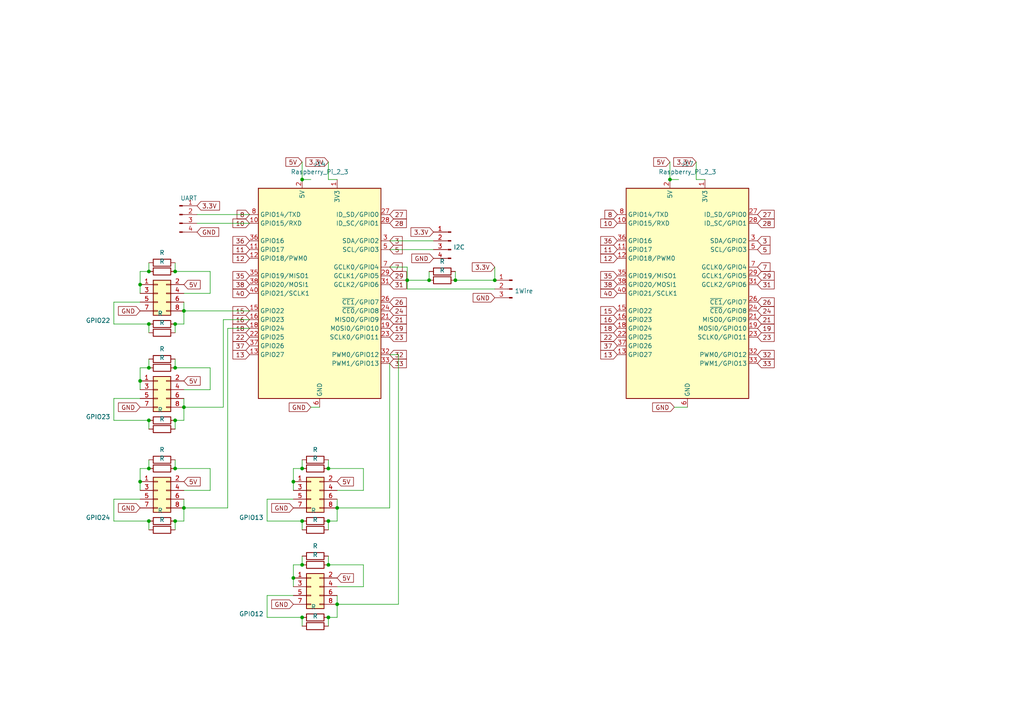
<source format=kicad_sch>
(kicad_sch (version 20250114) (generator "eeschema") (generator_version "9.0")
  (paper "A4")
  (lib_symbols
    (symbol "Connector:Conn_01x03_Male" (pin_names (offset 1.016) (hide yes))
      (property "Reference" "J" (at 0 5.08 0))
      (property "Value" "Connector_Conn_01x03_Male" (at 0 -5.08 0))
      (symbol "Conn_01x03_Male_1_1"
        (rectangle (start 0.8636 2.667) (end 0 2.413) (stroke (width 0.1524)) (fill (type outline)))
        (rectangle (start 0.8636 0.127) (end 0 -0.127) (stroke (width 0.1524)) (fill (type outline)))
        (rectangle (start 0.8636 -2.413) (end 0 -2.667) (stroke (width 0.1524)) (fill (type outline)))
        (polyline (pts (xy 1.27 2.54) (xy 0.8636 2.54)) (stroke (width 0.1524)))
        (polyline (pts (xy 1.27 0) (xy 0.8636 0)) (stroke (width 0.1524)))
        (polyline (pts (xy 1.27 -2.54) (xy 0.8636 -2.54)) (stroke (width 0.1524)))
        (pin passive line (at 5.08 2.54 180) (length 3.81) (name "Pin_1") (number "1"))
        (pin passive line (at 5.08 0 180) (length 3.81) (name "Pin_2") (number "2"))
        (pin passive line (at 5.08 -2.54 180) (length 3.81) (name "Pin_3") (number "3"))
      )
    )
    (symbol "Connector:Conn_01x04_Male" (pin_names (offset 1.016) (hide yes))
      (property "Reference" "J" (at 0 5.08 0))
      (property "Value" "Connector_Conn_01x04_Male" (at 0 -7.62 0))
      (symbol "Conn_01x04_Male_1_1"
        (rectangle (start 0.8636 2.667) (end 0 2.413) (stroke (width 0.1524)) (fill (type outline)))
        (rectangle (start 0.8636 0.127) (end 0 -0.127) (stroke (width 0.1524)) (fill (type outline)))
        (rectangle (start 0.8636 -2.413) (end 0 -2.667) (stroke (width 0.1524)) (fill (type outline)))
        (rectangle (start 0.8636 -4.953) (end 0 -5.207) (stroke (width 0.1524)) (fill (type outline)))
        (polyline (pts (xy 1.27 2.54) (xy 0.8636 2.54)) (stroke (width 0.1524)))
        (polyline (pts (xy 1.27 0) (xy 0.8636 0)) (stroke (width 0.1524)))
        (polyline (pts (xy 1.27 -2.54) (xy 0.8636 -2.54)) (stroke (width 0.1524)))
        (polyline (pts (xy 1.27 -5.08) (xy 0.8636 -5.08)) (stroke (width 0.1524)))
        (pin passive line (at 5.08 2.54 180) (length 3.81) (name "Pin_1") (number "1"))
        (pin passive line (at 5.08 0 180) (length 3.81) (name "Pin_2") (number "2"))
        (pin passive line (at 5.08 -2.54 180) (length 3.81) (name "Pin_3") (number "3"))
        (pin passive line (at 5.08 -5.08 180) (length 3.81) (name "Pin_4") (number "4"))
      )
    )
    (symbol "Connector:Raspberry_Pi_2_3"
      (property "Reference" "J" (at -17.78 31.75 0))
      (property "Value" "Raspberry_Pi_2_3" (at 10.16 -31.75 0))
      (symbol "Raspberry_Pi_2_3_0_1"
        (rectangle (start -17.78 30.48) (end 17.78 -30.48) (stroke (width 0.254)) (fill (type background)))
      )
      (symbol "Raspberry_Pi_2_3_1_1"
        (pin bidirectional line (at -20.32 22.86 0) (length 2.54) (name "GPIO14/TXD") (number "8"))
        (pin bidirectional line (at -20.32 20.32 0) (length 2.54) (name "GPIO15/RXD") (number "10"))
        (pin bidirectional line (at -20.32 15.24 0) (length 2.54) (name "GPIO16") (number "36"))
        (pin bidirectional line (at -20.32 12.7 0) (length 2.54) (name "GPIO17") (number "11"))
        (pin bidirectional line (at -20.32 10.16 0) (length 2.54) (name "GPIO18/PWM0") (number "12"))
        (pin bidirectional line (at -20.32 5.08 0) (length 2.54) (name "GPIO19/MISO1") (number "35"))
        (pin bidirectional line (at -20.32 2.54 0) (length 2.54) (name "GPIO20/MOSI1") (number "38"))
        (pin bidirectional line (at -20.32 0 0) (length 2.54) (name "GPIO21/SCLK1") (number "40"))
        (pin bidirectional line (at -20.32 -5.08 0) (length 2.54) (name "GPIO22") (number "15"))
        (pin bidirectional line (at -20.32 -7.62 0) (length 2.54) (name "GPIO23") (number "16"))
        (pin bidirectional line (at -20.32 -10.16 0) (length 2.54) (name "GPIO24") (number "18"))
        (pin bidirectional line (at -20.32 -12.7 0) (length 2.54) (name "GPIO25") (number "22"))
        (pin bidirectional line (at -20.32 -15.24 0) (length 2.54) (name "GPIO26") (number "37"))
        (pin bidirectional line (at -20.32 -17.78 0) (length 2.54) (name "GPIO27") (number "13"))
        (pin power_in line (at -5.08 33.02 270) (length 2.54) (name "5V") (number "2"))
        (pin passive line (at -5.08 33.02 270) (length 2.54) (hide yes) (name "5V") (number "4"))
        (pin passive line (at 0 -33.02 90) (length 2.54) (hide yes) (name "GND") (number "14"))
        (pin passive line (at 0 -33.02 90) (length 2.54) (hide yes) (name "GND") (number "20"))
        (pin passive line (at 0 -33.02 90) (length 2.54) (hide yes) (name "GND") (number "25"))
        (pin passive line (at 0 -33.02 90) (length 2.54) (hide yes) (name "GND") (number "30"))
        (pin passive line (at 0 -33.02 90) (length 2.54) (hide yes) (name "GND") (number "34"))
        (pin passive line (at 0 -33.02 90) (length 2.54) (hide yes) (name "GND") (number "39"))
        (pin power_in line (at 0 -33.02 90) (length 2.54) (name "GND") (number "6"))
        (pin passive line (at 0 -33.02 90) (length 2.54) (hide yes) (name "GND") (number "9"))
        (pin power_in line (at 5.08 33.02 270) (length 2.54) (name "3V3") (number "1"))
        (pin passive line (at 5.08 33.02 270) (length 2.54) (hide yes) (name "3V3") (number "17"))
        (pin bidirectional line (at 20.32 22.86 180) (length 2.54) (name "ID_SD/GPIO0") (number "27"))
        (pin bidirectional line (at 20.32 20.32 180) (length 2.54) (name "ID_SC/GPIO1") (number "28"))
        (pin bidirectional line (at 20.32 15.24 180) (length 2.54) (name "SDA/GPIO2") (number "3"))
        (pin bidirectional line (at 20.32 12.7 180) (length 2.54) (name "SCL/GPIO3") (number "5"))
        (pin bidirectional line (at 20.32 7.62 180) (length 2.54) (name "GCLK0/GPIO4") (number "7"))
        (pin bidirectional line (at 20.32 5.08 180) (length 2.54) (name "GCLK1/GPIO5") (number "29"))
        (pin bidirectional line (at 20.32 2.54 180) (length 2.54) (name "GCLK2/GPIO6") (number "31"))
        (pin bidirectional line (at 20.32 -2.54 180) (length 2.54) (name "~{CE1}/GPIO7") (number "26"))
        (pin bidirectional line (at 20.32 -5.08 180) (length 2.54) (name "~{CE0}/GPIO8") (number "24"))
        (pin bidirectional line (at 20.32 -7.62 180) (length 2.54) (name "MISO0/GPIO9") (number "21"))
        (pin bidirectional line (at 20.32 -10.16 180) (length 2.54) (name "MOSI0/GPIO10") (number "19"))
        (pin bidirectional line (at 20.32 -12.7 180) (length 2.54) (name "SCLK0/GPIO11") (number "23"))
        (pin bidirectional line (at 20.32 -17.78 180) (length 2.54) (name "PWM0/GPIO12") (number "32"))
        (pin bidirectional line (at 20.32 -20.32 180) (length 2.54) (name "PWM1/GPIO13") (number "33"))
      )
    )
    (symbol "Connector_Generic:Conn_02x04_Odd_Even" (pin_names (offset 1.016) (hide yes))
      (property "Reference" "J" (at 1.27 5.08 0))
      (property "Value" "Conn_02x04_Odd_Even" (at 1.27 -7.62 0))
      (symbol "Conn_02x04_Odd_Even_1_1"
        (rectangle (start -1.27 3.81) (end 3.81 -6.35) (stroke (width 0.254)) (fill (type background)))
        (rectangle (start -1.27 2.667) (end 0 2.413) (stroke (width 0.1524)))
        (rectangle (start -1.27 0.127) (end 0 -0.127) (stroke (width 0.1524)))
        (rectangle (start -1.27 -2.413) (end 0 -2.667) (stroke (width 0.1524)))
        (rectangle (start -1.27 -4.953) (end 0 -5.207) (stroke (width 0.1524)))
        (rectangle (start 3.81 2.667) (end 2.54 2.413) (stroke (width 0.1524)))
        (rectangle (start 3.81 0.127) (end 2.54 -0.127) (stroke (width 0.1524)))
        (rectangle (start 3.81 -2.413) (end 2.54 -2.667) (stroke (width 0.1524)))
        (rectangle (start 3.81 -4.953) (end 2.54 -5.207) (stroke (width 0.1524)))
        (pin passive line (at -5.08 2.54 0) (length 3.81) (name "Pin_1") (number "1"))
        (pin passive line (at -5.08 0 0) (length 3.81) (name "Pin_3") (number "3"))
        (pin passive line (at -5.08 -2.54 0) (length 3.81) (name "Pin_5") (number "5"))
        (pin passive line (at -5.08 -5.08 0) (length 3.81) (name "Pin_7") (number "7"))
        (pin passive line (at 7.62 2.54 180) (length 3.81) (name "Pin_2") (number "2"))
        (pin passive line (at 7.62 0 180) (length 3.81) (name "Pin_4") (number "4"))
        (pin passive line (at 7.62 -2.54 180) (length 3.81) (name "Pin_6") (number "6"))
        (pin passive line (at 7.62 -5.08 180) (length 3.81) (name "Pin_8") (number "8"))
      )
    )
    (symbol "Device:R" (pin_numbers (hide yes)) (pin_names (offset 0))
      (property "Reference" "R" (at 2.032 0 90))
      (property "Value" "R" (at 0 0 90))
      (symbol "R_0_1"
        (rectangle (start -1.016 -2.54) (end 1.016 2.54) (stroke (width 0.254)))
      )
      (symbol "R_1_1"
        (pin passive line (at 0 3.81 270) (length 1.27) (name "~") (number "1"))
        (pin passive line (at 0 -3.81 90) (length 1.27) (name "~") (number "2"))
      )
    )
  )
  (junction (at 95.25 179.07))
  (junction (at 194.31 52.07))
  (junction (at 95.25 163.83))
  (junction (at 87.63 151.13))
  (junction (at 85.09 139.7))
  (junction (at 124.46 81.28))
  (junction (at 50.8 135.89))
  (junction (at 132.08 81.28))
  (junction (at 97.79 175.26))
  (junction (at 50.8 78.74))
  (junction (at 87.63 135.89))
  (junction (at 50.8 93.98))
  (junction (at 43.18 121.92))
  (junction (at 43.18 78.74))
  (junction (at 40.64 82.55))
  (junction (at 143.51 81.28))
  (junction (at 43.18 151.13))
  (junction (at 87.63 163.83))
  (junction (at 53.34 147.32))
  (junction (at 40.64 139.7))
  (junction (at 95.25 135.89))
  (junction (at 40.64 110.49))
  (junction (at 87.63 179.07))
  (junction (at 118.11 81.28))
  (junction (at 50.8 121.92))
  (junction (at 87.63 52.07))
  (junction (at 50.8 151.13))
  (junction (at 97.79 147.32))
  (junction (at 53.34 90.17))
  (junction (at 95.25 151.13))
  (junction (at 50.8 106.68))
  (junction (at 85.09 167.64))
  (junction (at 43.18 93.98))
  (junction (at 43.18 106.68))
  (junction (at 53.34 118.11))
  (junction (at 43.18 135.89))
  (wire (pts (xy 196.85 52.07) (xy 194.31 52.07)))
  (wire (pts (xy 87.63 161.29) (xy 87.63 163.83)))
  (wire (pts (xy 53.34 90.17) (xy 72.39 90.17)))
  (wire (pts (xy 50.8 151.13) (xy 50.8 153.67)))
  (wire (pts (xy 53.34 113.03) (xy 60.96 113.03)))
  (wire (pts (xy 95.25 135.89) (xy 105.41 135.89)))
  (wire (pts (xy 85.09 135.89) (xy 87.63 135.89)))
  (wire (pts (xy 115.57 102.87) (xy 115.57 175.26)))
  (wire (pts (xy 118.11 81.28) (xy 124.46 81.28)))
  (wire (pts (xy 97.79 170.18) (xy 105.41 170.18)))
  (wire (pts (xy 124.46 78.74) (xy 124.46 81.28)))
  (wire (pts (xy 97.79 147.32) (xy 97.79 151.13)))
  (wire (pts (xy 87.63 46.99) (xy 87.63 52.07)))
  (wire (pts (xy 40.64 82.55) (xy 40.64 85.09)))
  (wire (pts (xy 77.47 172.72) (xy 77.47 179.07)))
  (wire (pts (xy 97.79 175.26) (xy 115.57 175.26)))
  (wire (pts (xy 50.8 104.14) (xy 50.8 106.68)))
  (wire (pts (xy 143.51 77.47) (xy 143.51 81.28)))
  (wire (pts (xy 33.02 121.92) (xy 43.18 121.92)))
  (wire (pts (xy 53.34 85.09) (xy 60.96 85.09)))
  (wire (pts (xy 33.02 87.63) (xy 33.02 93.98)))
  (wire (pts (xy 105.41 163.83) (xy 105.41 170.18)))
  (wire (pts (xy 53.34 93.98) (xy 50.8 93.98)))
  (wire (pts (xy 53.34 144.78) (xy 53.34 147.32)))
  (wire (pts (xy 97.79 147.32) (xy 113.03 147.32)))
  (wire (pts (xy 90.17 52.07) (xy 87.63 52.07)))
  (wire (pts (xy 97.79 175.26) (xy 97.79 179.07)))
  (wire (pts (xy 40.64 139.7) (xy 40.64 135.89)))
  (wire (pts (xy 40.64 115.57) (xy 33.02 115.57)))
  (wire (pts (xy 64.77 118.11) (xy 53.34 118.11)))
  (wire (pts (xy 125.73 72.39) (xy 113.03 72.39)))
  (wire (pts (xy 43.18 121.92) (xy 43.18 124.46)))
  (wire (pts (xy 50.8 106.68) (xy 60.96 106.68)))
  (wire (pts (xy 53.34 147.32) (xy 53.34 151.13)))
  (wire (pts (xy 72.39 95.25) (xy 66.04 95.25)))
  (wire (pts (xy 113.03 77.47) (xy 118.11 77.47)))
  (wire (pts (xy 40.64 110.49) (xy 40.64 106.68)))
  (wire (pts (xy 113.03 102.87) (xy 115.57 102.87)))
  (wire (pts (xy 85.09 172.72) (xy 77.47 172.72)))
  (wire (pts (xy 60.96 106.68) (xy 60.96 113.03)))
  (wire (pts (xy 118.11 77.47) (xy 118.11 81.28)))
  (wire (pts (xy 85.09 144.78) (xy 77.47 144.78)))
  (wire (pts (xy 195.58 118.11) (xy 199.39 118.11)))
  (wire (pts (xy 64.77 92.71) (xy 64.77 118.11)))
  (wire (pts (xy 132.08 78.74) (xy 132.08 81.28)))
  (wire (pts (xy 43.18 133.35) (xy 43.18 135.89)))
  (wire (pts (xy 50.8 76.2) (xy 50.8 78.74)))
  (wire (pts (xy 201.93 46.99) (xy 201.93 52.07)))
  (wire (pts (xy 85.09 167.64) (xy 85.09 163.83)))
  (wire (pts (xy 95.25 46.99) (xy 95.25 52.07)))
  (wire (pts (xy 40.64 144.78) (xy 33.02 144.78)))
  (wire (pts (xy 95.25 179.07) (xy 95.25 181.61)))
  (wire (pts (xy 66.04 147.32) (xy 53.34 147.32)))
  (wire (pts (xy 77.47 151.13) (xy 87.63 151.13)))
  (wire (pts (xy 53.34 121.92) (xy 50.8 121.92)))
  (wire (pts (xy 33.02 151.13) (xy 43.18 151.13)))
  (wire (pts (xy 95.25 161.29) (xy 95.25 163.83)))
  (wire (pts (xy 87.63 133.35) (xy 87.63 135.89)))
  (wire (pts (xy 50.8 78.74) (xy 60.96 78.74)))
  (wire (pts (xy 87.63 179.07) (xy 87.63 181.61)))
  (wire (pts (xy 72.39 92.71) (xy 64.77 92.71)))
  (wire (pts (xy 97.79 142.24) (xy 105.41 142.24)))
  (wire (pts (xy 40.64 87.63) (xy 33.02 87.63)))
  (wire (pts (xy 85.09 139.7) (xy 85.09 135.89)))
  (wire (pts (xy 33.02 93.98) (xy 43.18 93.98)))
  (wire (pts (xy 40.64 82.55) (xy 40.64 78.74)))
  (wire (pts (xy 105.41 135.89) (xy 105.41 142.24)))
  (wire (pts (xy 60.96 78.74) (xy 60.96 85.09)))
  (wire (pts (xy 85.09 167.64) (xy 85.09 170.18)))
  (wire (pts (xy 40.64 135.89) (xy 43.18 135.89)))
  (wire (pts (xy 53.34 118.11) (xy 53.34 121.92)))
  (wire (pts (xy 66.04 95.25) (xy 66.04 147.32)))
  (wire (pts (xy 95.25 52.07) (xy 97.79 52.07)))
  (wire (pts (xy 118.11 83.82) (xy 143.51 83.82)))
  (wire (pts (xy 43.18 151.13) (xy 43.18 153.67)))
  (wire (pts (xy 194.31 46.99) (xy 194.31 52.07)))
  (wire (pts (xy 33.02 115.57) (xy 33.02 121.92)))
  (wire (pts (xy 43.18 93.98) (xy 43.18 96.52)))
  (wire (pts (xy 85.09 139.7) (xy 85.09 142.24)))
  (wire (pts (xy 50.8 93.98) (xy 50.8 96.52)))
  (wire (pts (xy 97.79 172.72) (xy 97.79 175.26)))
  (wire (pts (xy 95.25 133.35) (xy 95.25 135.89)))
  (wire (pts (xy 60.96 135.89) (xy 60.96 142.24)))
  (wire (pts (xy 97.79 151.13) (xy 95.25 151.13)))
  (wire (pts (xy 50.8 133.35) (xy 50.8 135.89)))
  (wire (pts (xy 113.03 69.85) (xy 125.73 69.85)))
  (wire (pts (xy 53.34 151.13) (xy 50.8 151.13)))
  (wire (pts (xy 50.8 135.89) (xy 60.96 135.89)))
  (wire (pts (xy 97.79 144.78) (xy 97.79 147.32)))
  (wire (pts (xy 40.64 139.7) (xy 40.64 142.24)))
  (wire (pts (xy 97.79 179.07) (xy 95.25 179.07)))
  (wire (pts (xy 113.03 105.41) (xy 113.03 147.32)))
  (wire (pts (xy 53.34 90.17) (xy 53.34 93.98)))
  (wire (pts (xy 53.34 115.57) (xy 53.34 118.11)))
  (wire (pts (xy 53.34 87.63) (xy 53.34 90.17)))
  (wire (pts (xy 77.47 144.78) (xy 77.47 151.13)))
  (wire (pts (xy 40.64 106.68) (xy 43.18 106.68)))
  (wire (pts (xy 85.09 163.83) (xy 87.63 163.83)))
  (wire (pts (xy 50.8 121.92) (xy 50.8 124.46)))
  (wire (pts (xy 118.11 81.28) (xy 118.11 83.82)))
  (wire (pts (xy 72.39 64.77) (xy 57.15 64.77)))
  (wire (pts (xy 43.18 76.2) (xy 43.18 78.74)))
  (wire (pts (xy 43.18 104.14) (xy 43.18 106.68)))
  (wire (pts (xy 90.17 118.11) (xy 92.71 118.11)))
  (wire (pts (xy 40.64 110.49) (xy 40.64 113.03)))
  (wire (pts (xy 77.47 179.07) (xy 87.63 179.07)))
  (wire (pts (xy 201.93 52.07) (xy 204.47 52.07)))
  (wire (pts (xy 87.63 151.13) (xy 87.63 153.67)))
  (wire (pts (xy 95.25 151.13) (xy 95.25 153.67)))
  (wire (pts (xy 132.08 81.28) (xy 143.51 81.28)))
  (wire (pts (xy 33.02 144.78) (xy 33.02 151.13)))
  (wire (pts (xy 95.25 163.83) (xy 105.41 163.83)))
  (wire (pts (xy 40.64 78.74) (xy 43.18 78.74)))
  (wire (pts (xy 53.34 142.24) (xy 60.96 142.24)))
  (wire (pts (xy 57.15 62.23) (xy 72.39 62.23)))
  (global_label "13" (shape input) (at 72.39 102.87 180) (property "Intersheetrefs" "${INTERSHEET_REFS}" (effects (hide yes))))
  (global_label "16" (shape input) (at 72.39 92.71 180) (property "Intersheetrefs" "${INTERSHEET_REFS}" (effects (hide yes))))
  (global_label "10" (shape input) (at 179.07 64.77 180) (property "Intersheetrefs" "${INTERSHEET_REFS}" (effects (hide yes))))
  (global_label "15" (shape input) (at 72.39 90.17 180) (property "Intersheetrefs" "${INTERSHEET_REFS}" (effects (hide yes))))
  (global_label "5V" (shape input) (at 97.79 139.7 0) (property "Intersheetrefs" "${INTERSHEET_REFS}" (effects (hide yes))))
  (global_label "5V" (shape input) (at 53.34 139.7 0) (property "Intersheetrefs" "${INTERSHEET_REFS}" (effects (hide yes))))
  (global_label "24" (shape input) (at 219.71 90.17 0) (property "Intersheetrefs" "${INTERSHEET_REFS}" (effects (hide yes))))
  (global_label "35" (shape input) (at 179.07 80.01 180) (property "Intersheetrefs" "${INTERSHEET_REFS}" (effects (hide yes))))
  (global_label "32" (shape input) (at 113.03 102.87 0) (property "Intersheetrefs" "${INTERSHEET_REFS}" (effects (hide yes))))
  (global_label "28" (shape input) (at 113.03 64.77 0) (property "Intersheetrefs" "${INTERSHEET_REFS}" (effects (hide yes))))
  (global_label "22" (shape input) (at 72.39 97.79 180) (property "Intersheetrefs" "${INTERSHEET_REFS}" (effects (hide yes))))
  (global_label "5V" (shape input) (at 53.34 82.55 0) (property "Intersheetrefs" "${INTERSHEET_REFS}" (effects (hide yes))))
  (global_label "32" (shape input) (at 219.71 102.87 0) (property "Intersheetrefs" "${INTERSHEET_REFS}" (effects (hide yes))))
  (global_label "21" (shape input) (at 219.71 92.71 0) (property "Intersheetrefs" "${INTERSHEET_REFS}" (effects (hide yes))))
  (global_label "40" (shape input) (at 179.07 85.09 180) (property "Intersheetrefs" "${INTERSHEET_REFS}" (effects (hide yes))))
  (global_label "8" (shape input) (at 179.07 62.23 180) (property "Intersheetrefs" "${INTERSHEET_REFS}" (effects (hide yes))))
  (global_label "5V" (shape input) (at 97.79 167.64 0) (property "Intersheetrefs" "${INTERSHEET_REFS}" (effects (hide yes))))
  (global_label "5" (shape input) (at 113.03 72.39 0) (property "Intersheetrefs" "${INTERSHEET_REFS}" (effects (hide yes))))
  (global_label "36" (shape input) (at 72.39 69.85 180) (property "Intersheetrefs" "${INTERSHEET_REFS}" (effects (hide yes))))
  (global_label "24" (shape input) (at 113.03 90.17 0) (property "Intersheetrefs" "${INTERSHEET_REFS}" (effects (hide yes))))
  (global_label "33" (shape input) (at 219.71 105.41 0) (property "Intersheetrefs" "${INTERSHEET_REFS}" (effects (hide yes))))
  (global_label "31" (shape input) (at 219.71 82.55 0) (property "Intersheetrefs" "${INTERSHEET_REFS}" (effects (hide yes))))
  (global_label "GND" (shape input) (at 57.15 67.31 0) (property "Intersheetrefs" "${INTERSHEET_REFS}" (effects (hide yes))))
  (global_label "29" (shape input) (at 219.71 80.01 0) (property "Intersheetrefs" "${INTERSHEET_REFS}" (effects (hide yes))))
  (global_label "29" (shape input) (at 113.03 80.01 0) (property "Intersheetrefs" "${INTERSHEET_REFS}" (effects (hide yes))))
  (global_label "31" (shape input) (at 113.03 82.55 0) (property "Intersheetrefs" "${INTERSHEET_REFS}" (effects (hide yes))))
  (global_label "3.3V" (shape input) (at 125.73 67.31 180) (property "Intersheetrefs" "${INTERSHEET_REFS}" (effects (hide yes))))
  (global_label "3.3V" (shape input) (at 57.15 59.69 0) (property "Intersheetrefs" "${INTERSHEET_REFS}" (effects (hide yes))))
  (global_label "GND" (shape input) (at 40.64 90.17 180) (property "Intersheetrefs" "${INTERSHEET_REFS}" (effects (hide yes))))
  (global_label "GND" (shape input) (at 85.09 175.26 180) (property "Intersheetrefs" "${INTERSHEET_REFS}" (effects (hide yes))))
  (global_label "GND" (shape input) (at 90.17 118.11 180) (property "Intersheetrefs" "${INTERSHEET_REFS}" (effects (hide yes))))
  (global_label "27" (shape input) (at 113.03 62.23 0) (property "Intersheetrefs" "${INTERSHEET_REFS}" (effects (hide yes))))
  (global_label "28" (shape input) (at 219.71 64.77 0) (property "Intersheetrefs" "${INTERSHEET_REFS}" (effects (hide yes))))
  (global_label "GND" (shape input) (at 195.58 118.11 180) (property "Intersheetrefs" "${INTERSHEET_REFS}" (effects (hide yes))))
  (global_label "33" (shape input) (at 113.03 105.41 0) (property "Intersheetrefs" "${INTERSHEET_REFS}" (effects (hide yes))))
  (global_label "37" (shape input) (at 179.07 100.33 180) (property "Intersheetrefs" "${INTERSHEET_REFS}" (effects (hide yes))))
  (global_label "3" (shape input) (at 113.03 69.85 0) (property "Intersheetrefs" "${INTERSHEET_REFS}" (effects (hide yes))))
  (global_label "3.3V" (shape input) (at 95.25 46.99 180) (property "Intersheetrefs" "${INTERSHEET_REFS}" (effects (hide yes))))
  (global_label "23" (shape input) (at 113.03 97.79 0) (property "Intersheetrefs" "${INTERSHEET_REFS}" (effects (hide yes))))
  (global_label "3.3V" (shape input) (at 143.51 77.47 180) (property "Intersheetrefs" "${INTERSHEET_REFS}" (effects (hide yes))))
  (global_label "8" (shape input) (at 72.39 62.23 180) (property "Intersheetrefs" "${INTERSHEET_REFS}" (effects (hide yes))))
  (global_label "GND" (shape input) (at 40.64 147.32 180) (property "Intersheetrefs" "${INTERSHEET_REFS}" (effects (hide yes))))
  (global_label "38" (shape input) (at 72.39 82.55 180) (property "Intersheetrefs" "${INTERSHEET_REFS}" (effects (hide yes))))
  (global_label "GND" (shape input) (at 143.51 86.36 180) (property "Intersheetrefs" "${INTERSHEET_REFS}" (effects (hide yes))))
  (global_label "12" (shape input) (at 179.07 74.93 180) (property "Intersheetrefs" "${INTERSHEET_REFS}" (effects (hide yes))))
  (global_label "5V" (shape input) (at 53.34 110.49 0) (property "Intersheetrefs" "${INTERSHEET_REFS}" (effects (hide yes))))
  (global_label "18" (shape input) (at 179.07 95.25 180) (property "Intersheetrefs" "${INTERSHEET_REFS}" (effects (hide yes))))
  (global_label "GND" (shape input) (at 85.09 147.32 180) (property "Intersheetrefs" "${INTERSHEET_REFS}" (effects (hide yes))))
  (global_label "27" (shape input) (at 219.71 62.23 0) (property "Intersheetrefs" "${INTERSHEET_REFS}" (effects (hide yes))))
  (global_label "26" (shape input) (at 219.71 87.63 0) (property "Intersheetrefs" "${INTERSHEET_REFS}" (effects (hide yes))))
  (global_label "13" (shape input) (at 179.07 102.87 180) (property "Intersheetrefs" "${INTERSHEET_REFS}" (effects (hide yes))))
  (global_label "5V" (shape input) (at 194.31 46.99 180) (property "Intersheetrefs" "${INTERSHEET_REFS}" (effects (hide yes))))
  (global_label "23" (shape input) (at 219.71 97.79 0) (property "Intersheetrefs" "${INTERSHEET_REFS}" (effects (hide yes))))
  (global_label "19" (shape input) (at 113.03 95.25 0) (property "Intersheetrefs" "${INTERSHEET_REFS}" (effects (hide yes))))
  (global_label "5V" (shape input) (at 87.63 46.99 180) (property "Intersheetrefs" "${INTERSHEET_REFS}" (effects (hide yes))))
  (global_label "11" (shape input) (at 72.39 72.39 180) (property "Intersheetrefs" "${INTERSHEET_REFS}" (effects (hide yes))))
  (global_label "35" (shape input) (at 72.39 80.01 180) (property "Intersheetrefs" "${INTERSHEET_REFS}" (effects (hide yes))))
  (global_label "5" (shape input) (at 219.71 72.39 0) (property "Intersheetrefs" "${INTERSHEET_REFS}" (effects (hide yes))))
  (global_label "12" (shape input) (at 72.39 74.93 180) (property "Intersheetrefs" "${INTERSHEET_REFS}" (effects (hide yes))))
  (global_label "19" (shape input) (at 219.71 95.25 0) (property "Intersheetrefs" "${INTERSHEET_REFS}" (effects (hide yes))))
  (global_label "16" (shape input) (at 179.07 92.71 180) (property "Intersheetrefs" "${INTERSHEET_REFS}" (effects (hide yes))))
  (global_label "21" (shape input) (at 113.03 92.71 0) (property "Intersheetrefs" "${INTERSHEET_REFS}" (effects (hide yes))))
  (global_label "37" (shape input) (at 72.39 100.33 180) (property "Intersheetrefs" "${INTERSHEET_REFS}" (effects (hide yes))))
  (global_label "38" (shape input) (at 179.07 82.55 180) (property "Intersheetrefs" "${INTERSHEET_REFS}" (effects (hide yes))))
  (global_label "18" (shape input) (at 72.39 95.25 180) (property "Intersheetrefs" "${INTERSHEET_REFS}" (effects (hide yes))))
  (global_label "GND" (shape input) (at 40.64 118.11 180) (property "Intersheetrefs" "${INTERSHEET_REFS}" (effects (hide yes))))
  (global_label "GND" (shape input) (at 125.73 74.93 180) (property "Intersheetrefs" "${INTERSHEET_REFS}" (effects (hide yes))))
  (global_label "7" (shape input) (at 219.71 77.47 0) (property "Intersheetrefs" "${INTERSHEET_REFS}" (effects (hide yes))))
  (global_label "10" (shape input) (at 72.39 64.77 180) (property "Intersheetrefs" "${INTERSHEET_REFS}" (effects (hide yes))))
  (global_label "11" (shape input) (at 179.07 72.39 180) (property "Intersheetrefs" "${INTERSHEET_REFS}" (effects (hide yes))))
  (global_label "22" (shape input) (at 179.07 97.79 180) (property "Intersheetrefs" "${INTERSHEET_REFS}" (effects (hide yes))))
  (global_label "3" (shape input) (at 219.71 69.85 0) (property "Intersheetrefs" "${INTERSHEET_REFS}" (effects (hide yes))))
  (global_label "7" (shape input) (at 113.03 77.47 0) (property "Intersheetrefs" "${INTERSHEET_REFS}" (effects (hide yes))))
  (global_label "15" (shape input) (at 179.07 90.17 180) (property "Intersheetrefs" "${INTERSHEET_REFS}" (effects (hide yes))))
  (global_label "26" (shape input) (at 113.03 87.63 0) (property "Intersheetrefs" "${INTERSHEET_REFS}" (effects (hide yes))))
  (global_label "36" (shape input) (at 179.07 69.85 180) (property "Intersheetrefs" "${INTERSHEET_REFS}" (effects (hide yes))))
  (global_label "3.3V" (shape input) (at 201.93 46.99 180) (property "Intersheetrefs" "${INTERSHEET_REFS}" (effects (hide yes))))
  (global_label "40" (shape input) (at 72.39 85.09 180) (property "Intersheetrefs" "${INTERSHEET_REFS}" (effects (hide yes))))
  (symbol (lib_id "Connector:Raspberry_Pi_2_3") (at 92.71 85.09 0) (unit 1)
    (property "Reference" "J14" (at 92.71 47.5488 0))
    (property "Value" "Raspberry_Pi_2_3" (at 92.71 49.8602 0))
    (property "Footprint" "Connector_PinHeader_2.54mm:PinHeader_2x20_P2.54mm_Vertical" (effects (hide yes)))
    (property "Datasheet" "https://www.raspberrypi.org/documentation/hardware/raspberrypi/schematics/rpi_SCH_3bplus_1p0_reduced.pdf" (effects (hide yes)))
  )
  (symbol (lib_id "Connector:Conn_01x03_Male") (at 148.59 83.82 0) (mirror y) (unit 1)
    (property "Reference" "J16" (effects (hide yes)))
    (property "Value" "1Wire" (at 149.2758 84.4042 0) (effects (justify right)))
    (property "Footprint" "Connector_PinHeader_2.54mm:PinHeader_1x03_P2.54mm_Vertical" (effects (hide yes)))
  )
  (symbol (lib_id "Connector:Conn_01x04_Male") (at 52.07 62.23 0) (unit 1)
    (property "Reference" "J13" (effects (hide yes)))
    (property "Value" "UART" (at 54.7624 57.4802 0))
    (property "Footprint" "Connector_PinHeader_2.54mm:PinHeader_1x04_P2.54mm_Vertical" (effects (hide yes)))
  )
  (symbol (lib_id "Connector:Conn_01x04_Male") (at 130.81 69.85 0) (mirror y) (unit 1)
    (property "Reference" "J15" (effects (hide yes)))
    (property "Value" "I2C" (at 131.5212 71.7042 0) (effects (justify right)))
    (property "Footprint" "Connector_PinHeader_2.54mm:PinHeader_1x04_P2.54mm_Vertical" (effects (hide yes)))
  )
  (symbol (lib_id "Device:R") (at 128.27 81.28 270) (unit 1)
    (property "Reference" "R7" (effects (hide yes)))
    (property "Value" "R" (at 128.27 78.359 90))
    (property "Footprint" "Resistor_SMD:R_0805_2012Metric_Pad1.20x1.40mm_HandSolder" (effects (hide yes)))
  )
  (symbol (lib_id "Connector:Raspberry_Pi_2_3") (at 199.39 85.09 0) (unit 1)
    (property "Reference" "J17" (at 199.39 47.5488 0))
    (property "Value" "Raspberry_Pi_2_3" (at 199.39 49.8602 0))
    (property "Footprint" "Connector_PinHeader_2.54mm:PinHeader_2x20_P2.54mm_Vertical" (effects (hide yes)))
    (property "Datasheet" "https://www.raspberrypi.org/documentation/hardware/raspberrypi/schematics/rpi_SCH_3bplus_1p0_reduced.pdf" (effects (hide yes)))
  )
  (symbol (lib_id "Device:R") (at 91.44 135.89 270) (unit 1)
    (property "Reference" "R10" (effects (hide yes)))
    (property "Value" "R" (at 91.44 132.969 90))
    (property "Footprint" "Resistor_SMD:R_0805_2012Metric_Pad1.20x1.40mm_HandSolder" (effects (hide yes)))
  )
  (symbol (lib_id "Connector_Generic:Conn_02x04_Odd_Even") (at 90.17 142.24 0) (unit 1)
    (property "Reference" "GPIO13" (effects (hide yes)))
    (property "Value" "GPIO13" (at 72.898 150.114 0))
    (property "Footprint" "Connector_PinHeader_2.54mm:PinHeader_2x04_P2.54mm_Vertical" (effects (hide yes)))
    (property "Description" "Generic connector, double row, 02x04, odd/even pin numbering scheme (row 1 odd numbers, row 2 even numbers), script generated (kicad-library-utils/schlib/autogen/connector/)" (effects (hide yes)))
  )
  (symbol (lib_id "Device:R") (at 46.99 153.67 270) (unit 1)
    (property "Reference" "R28" (effects (hide yes)))
    (property "Value" "R" (at 46.99 150.749 90))
    (property "Footprint" "Resistor_THT:R_Axial_DIN0204_L3.6mm_D1.6mm_P5.08mm_Horizontal" (effects (hide yes)))
  )
  (symbol (lib_id "Device:R") (at 46.99 104.14 270) (unit 1)
    (property "Reference" "R13" (effects (hide yes)))
    (property "Value" "R" (at 46.99 101.219 90))
    (property "Footprint" "Resistor_THT:R_Axial_DIN0204_L3.6mm_D1.6mm_P5.08mm_Horizontal" (effects (hide yes)))
  )
  (symbol (lib_id "Device:R") (at 46.99 135.89 270) (unit 1)
    (property "Reference" "R26" (effects (hide yes)))
    (property "Value" "R" (at 46.99 132.969 90))
    (property "Footprint" "Resistor_SMD:R_0805_2012Metric_Pad1.20x1.40mm_HandSolder" (effects (hide yes)))
  )
  (symbol (lib_id "Device:R") (at 46.99 151.13 270) (unit 1)
    (property "Reference" "R27" (effects (hide yes)))
    (property "Value" "R" (at 46.482 148.082 90))
    (property "Footprint" "Resistor_SMD:R_0805_2012Metric_Pad1.20x1.40mm_HandSolder" (effects (hide yes)))
  )
  (symbol (lib_id "Device:R") (at 46.99 76.2 270) (unit 1)
    (property "Reference" "R17" (effects (hide yes)))
    (property "Value" "R" (at 46.99 73.279 90))
    (property "Footprint" "Resistor_THT:R_Axial_DIN0204_L3.6mm_D1.6mm_P5.08mm_Horizontal" (effects (hide yes)))
  )
  (symbol (lib_id "Device:R") (at 46.99 78.74 270) (unit 1)
    (property "Reference" "R18" (effects (hide yes)))
    (property "Value" "R" (at 46.99 75.819 90))
    (property "Footprint" "Resistor_SMD:R_0805_2012Metric_Pad1.20x1.40mm_HandSolder" (effects (hide yes)))
  )
  (symbol (lib_id "Device:R") (at 46.99 96.52 270) (unit 1)
    (property "Reference" "R20" (effects (hide yes)))
    (property "Value" "R" (at 46.99 93.599 90))
    (property "Footprint" "Resistor_THT:R_Axial_DIN0204_L3.6mm_D1.6mm_P5.08mm_Horizontal" (effects (hide yes)))
  )
  (symbol (lib_id "Device:R") (at 46.99 93.98 270) (unit 1)
    (property "Reference" "R19" (effects (hide yes)))
    (property "Value" "R" (at 46.482 90.932 90))
    (property "Footprint" "Resistor_SMD:R_0805_2012Metric_Pad1.20x1.40mm_HandSolder" (effects (hide yes)))
  )
  (symbol (lib_id "Device:R") (at 91.44 151.13 270) (unit 1)
    (property "Reference" "R9" (effects (hide yes)))
    (property "Value" "R" (at 90.932 148.082 90))
    (property "Footprint" "Resistor_SMD:R_0805_2012Metric_Pad1.20x1.40mm_HandSolder" (effects (hide yes)))
  )
  (symbol (lib_id "Device:R") (at 91.44 181.61 270) (unit 1)
    (property "Reference" "R24" (effects (hide yes)))
    (property "Value" "R" (at 91.44 178.689 90))
    (property "Footprint" "Resistor_THT:R_Axial_DIN0204_L3.6mm_D1.6mm_P5.08mm_Horizontal" (effects (hide yes)))
  )
  (symbol (lib_id "Device:R") (at 46.99 106.68 270) (unit 1)
    (property "Reference" "R14" (effects (hide yes)))
    (property "Value" "R" (at 46.99 103.759 90))
    (property "Footprint" "Resistor_SMD:R_0805_2012Metric_Pad1.20x1.40mm_HandSolder" (effects (hide yes)))
  )
  (symbol (lib_id "Connector_Generic:Conn_02x04_Odd_Even") (at 45.72 113.03 0) (unit 1)
    (property "Reference" "GPIO23" (effects (hide yes)))
    (property "Value" "GPIO23" (at 28.448 120.904 0))
    (property "Footprint" "Connector_PinHeader_2.54mm:PinHeader_2x04_P2.54mm_Vertical" (effects (hide yes)))
    (property "Description" "Generic connector, double row, 02x04, odd/even pin numbering scheme (row 1 odd numbers, row 2 even numbers), script generated (kicad-library-utils/schlib/autogen/connector/)" (effects (hide yes)))
  )
  (symbol (lib_id "Connector_Generic:Conn_02x04_Odd_Even") (at 45.72 142.24 0) (unit 1)
    (property "Reference" "GPIO24" (effects (hide yes)))
    (property "Value" "GPIO24" (at 28.448 150.114 0))
    (property "Footprint" "Connector_PinHeader_2.54mm:PinHeader_2x04_P2.54mm_Vertical" (effects (hide yes)))
    (property "Description" "Generic connector, double row, 02x04, odd/even pin numbering scheme (row 1 odd numbers, row 2 even numbers), script generated (kicad-library-utils/schlib/autogen/connector/)" (effects (hide yes)))
  )
  (symbol (lib_id "Device:R") (at 91.44 163.83 270) (unit 1)
    (property "Reference" "R22" (effects (hide yes)))
    (property "Value" "R" (at 91.44 160.909 90))
    (property "Footprint" "Resistor_SMD:R_0805_2012Metric_Pad1.20x1.40mm_HandSolder" (effects (hide yes)))
  )
  (symbol (lib_id "Device:R") (at 91.44 133.35 270) (unit 1)
    (property "Reference" "R11" (effects (hide yes)))
    (property "Value" "R" (at 91.44 130.429 90))
    (property "Footprint" "Resistor_THT:R_Axial_DIN0204_L3.6mm_D1.6mm_P5.08mm_Horizontal" (effects (hide yes)))
  )
  (symbol (lib_id "Device:R") (at 46.99 121.92 270) (unit 1)
    (property "Reference" "R15" (effects (hide yes)))
    (property "Value" "R" (at 46.482 118.872 90))
    (property "Footprint" "Resistor_SMD:R_0805_2012Metric_Pad1.20x1.40mm_HandSolder" (effects (hide yes)))
  )
  (symbol (lib_id "Connector_Generic:Conn_02x04_Odd_Even") (at 90.17 170.18 0) (unit 1)
    (property "Reference" "GPIO12" (effects (hide yes)))
    (property "Value" "GPIO12" (at 72.898 178.054 0))
    (property "Footprint" "Connector_PinHeader_2.54mm:PinHeader_2x04_P2.54mm_Vertical" (effects (hide yes)))
    (property "Description" "Generic connector, double row, 02x04, odd/even pin numbering scheme (row 1 odd numbers, row 2 even numbers), script generated (kicad-library-utils/schlib/autogen/connector/)" (effects (hide yes)))
  )
  (symbol (lib_id "Device:R") (at 91.44 161.29 270) (unit 1)
    (property "Reference" "R21" (effects (hide yes)))
    (property "Value" "R" (at 91.44 158.369 90))
    (property "Footprint" "Resistor_THT:R_Axial_DIN0204_L3.6mm_D1.6mm_P5.08mm_Horizontal" (effects (hide yes)))
  )
  (symbol (lib_id "Device:R") (at 91.44 153.67 270) (unit 1)
    (property "Reference" "R12" (effects (hide yes)))
    (property "Value" "R" (at 91.44 150.749 90))
    (property "Footprint" "Resistor_THT:R_Axial_DIN0204_L3.6mm_D1.6mm_P5.08mm_Horizontal" (effects (hide yes)))
  )
  (symbol (lib_id "Device:R") (at 91.44 179.07 270) (unit 1)
    (property "Reference" "R23" (effects (hide yes)))
    (property "Value" "R" (at 90.932 176.022 90))
    (property "Footprint" "Resistor_SMD:R_0805_2012Metric_Pad1.20x1.40mm_HandSolder" (effects (hide yes)))
  )
  (symbol (lib_id "Device:R") (at 128.27 78.74 270) (unit 1)
    (property "Reference" "R8" (effects (hide yes)))
    (property "Value" "R" (at 128.27 75.819 90))
    (property "Footprint" "Resistor_THT:R_Axial_DIN0204_L3.6mm_D1.6mm_P5.08mm_Horizontal" (effects (hide yes)))
  )
  (symbol (lib_id "Device:R") (at 46.99 133.35 270) (unit 1)
    (property "Reference" "R25" (effects (hide yes)))
    (property "Value" "R" (at 46.99 130.429 90))
    (property "Footprint" "Resistor_THT:R_Axial_DIN0204_L3.6mm_D1.6mm_P5.08mm_Horizontal" (effects (hide yes)))
  )
  (symbol (lib_id "Connector_Generic:Conn_02x04_Odd_Even") (at 45.72 85.09 0) (unit 1)
    (property "Reference" "GPIO22" (effects (hide yes)))
    (property "Value" "GPIO22" (at 28.448 92.964 0))
    (property "Footprint" "Connector_PinHeader_2.54mm:PinHeader_2x04_P2.54mm_Vertical" (effects (hide yes)))
    (property "Description" "Generic connector, double row, 02x04, odd/even pin numbering scheme (row 1 odd numbers, row 2 even numbers), script generated (kicad-library-utils/schlib/autogen/connector/)" (effects (hide yes)))
  )
  (symbol (lib_id "Device:R") (at 46.99 124.46 270) (unit 1)
    (property "Reference" "R16" (effects (hide yes)))
    (property "Value" "R" (at 46.99 121.539 90))
    (property "Footprint" "Resistor_THT:R_Axial_DIN0204_L3.6mm_D1.6mm_P5.08mm_Horizontal" (effects (hide yes)))
  )
)
</source>
